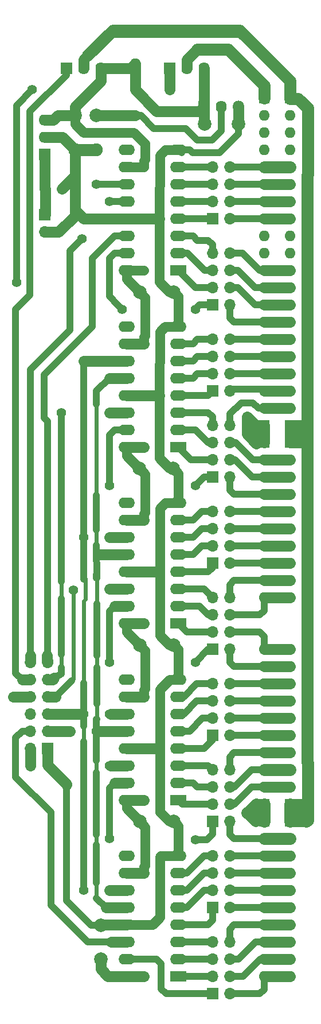
<source format=gbr>
G04 #@! TF.FileFunction,Copper,L4,Bot,Signal*
%FSLAX46Y46*%
G04 Gerber Fmt 4.6, Leading zero omitted, Abs format (unit mm)*
G04 Created by KiCad (PCBNEW 4.0.7-e2-6376~58~ubuntu14.04.1) date Thu Mar 15 17:55:13 2018*
%MOMM*%
%LPD*%
G01*
G04 APERTURE LIST*
%ADD10C,0.100000*%
%ADD11R,1.600000X1.600000*%
%ADD12O,1.600000X1.600000*%
%ADD13R,2.400000X1.600000*%
%ADD14O,2.400000X1.600000*%
%ADD15C,2.000000*%
%ADD16R,1.700000X1.700000*%
%ADD17O,1.700000X1.700000*%
%ADD18C,1.400000*%
%ADD19R,1.800000X1.800000*%
%ADD20O,1.800000X1.600000*%
%ADD21O,1.600000X1.800000*%
%ADD22C,1.900000*%
%ADD23C,1.600000*%
%ADD24O,1.800000X1.800000*%
%ADD25C,1.600000*%
%ADD26C,1.000000*%
%ADD27C,1.400000*%
%ADD28C,1.800000*%
%ADD29C,0.600000*%
G04 APERTURE END LIST*
D10*
D11*
X39878000Y-63881000D03*
D12*
X39878000Y-66421000D03*
X39878000Y-68961000D03*
X39878000Y-71501000D03*
X39878000Y-74041000D03*
X39878000Y-76581000D03*
X39878000Y-79121000D03*
X39878000Y-81661000D03*
X39878000Y-84201000D03*
X39878000Y-86741000D03*
D13*
X27178000Y-142621000D03*
D14*
X19558000Y-124841000D03*
X27178000Y-140081000D03*
X19558000Y-127381000D03*
X27178000Y-137541000D03*
X19558000Y-129921000D03*
X27178000Y-135001000D03*
X19558000Y-132461000D03*
X27178000Y-132461000D03*
X19558000Y-135001000D03*
X27178000Y-129921000D03*
X19558000Y-137541000D03*
X27178000Y-127381000D03*
X19558000Y-140081000D03*
X27178000Y-124841000D03*
X19558000Y-142621000D03*
D13*
X27178000Y-38481000D03*
D14*
X19558000Y-20701000D03*
X27178000Y-35941000D03*
X19558000Y-23241000D03*
X27178000Y-33401000D03*
X19558000Y-25781000D03*
X27178000Y-30861000D03*
X19558000Y-28321000D03*
X27178000Y-28321000D03*
X19558000Y-30861000D03*
X27178000Y-25781000D03*
X19558000Y-33401000D03*
X27178000Y-23241000D03*
X19558000Y-35941000D03*
X27178000Y-20701000D03*
X19558000Y-38481000D03*
D13*
X27178000Y-116586000D03*
D14*
X19558000Y-98806000D03*
X27178000Y-114046000D03*
X19558000Y-101346000D03*
X27178000Y-111506000D03*
X19558000Y-103886000D03*
X27178000Y-108966000D03*
X19558000Y-106426000D03*
X27178000Y-106426000D03*
X19558000Y-108966000D03*
X27178000Y-103886000D03*
X19558000Y-111506000D03*
X27178000Y-101346000D03*
X19558000Y-114046000D03*
X27178000Y-98806000D03*
X19558000Y-116586000D03*
D15*
X21463000Y-67691000D03*
X26463000Y-67691000D03*
X21543000Y-41656000D03*
X26543000Y-41656000D03*
D11*
X43688000Y-117221000D03*
D12*
X43688000Y-114681000D03*
X43688000Y-112141000D03*
X43688000Y-109601000D03*
X43688000Y-107061000D03*
X43688000Y-104521000D03*
X43688000Y-101981000D03*
X43688000Y-99441000D03*
X43688000Y-96901000D03*
X43688000Y-94361000D03*
D16*
X7493000Y-30226000D03*
D17*
X7493000Y-32766000D03*
D13*
X27178000Y-90551000D03*
D14*
X19558000Y-72771000D03*
X27178000Y-88011000D03*
X19558000Y-75311000D03*
X27178000Y-85471000D03*
X19558000Y-77851000D03*
X27178000Y-82931000D03*
X19558000Y-80391000D03*
X27178000Y-80391000D03*
X19558000Y-82931000D03*
X27178000Y-77851000D03*
X19558000Y-85471000D03*
X27178000Y-75311000D03*
X19558000Y-88011000D03*
X27178000Y-72771000D03*
X19558000Y-90551000D03*
D11*
X39878000Y-61341000D03*
D12*
X39878000Y-58801000D03*
X39878000Y-56261000D03*
X39878000Y-53721000D03*
X39878000Y-51181000D03*
X39878000Y-48641000D03*
X39878000Y-46101000D03*
X39878000Y-43561000D03*
X39878000Y-41021000D03*
X39878000Y-38481000D03*
D11*
X39878000Y-117221000D03*
D12*
X39878000Y-114681000D03*
X39878000Y-112141000D03*
X39878000Y-109601000D03*
X39878000Y-107061000D03*
X39878000Y-104521000D03*
X39878000Y-101981000D03*
X39878000Y-99441000D03*
X39878000Y-96901000D03*
X39878000Y-94361000D03*
D16*
X7874000Y-108966000D03*
D17*
X5334000Y-108966000D03*
X7874000Y-106426000D03*
X5334000Y-106426000D03*
X7874000Y-103886000D03*
X5334000Y-103886000D03*
X7874000Y-101346000D03*
X5334000Y-101346000D03*
X7874000Y-98806000D03*
X5334000Y-98806000D03*
X7874000Y-96266000D03*
X5334000Y-96266000D03*
D18*
X7533000Y-26416000D03*
X10033000Y-26416000D03*
D19*
X7493000Y-21336000D03*
D20*
X7493000Y-18796000D03*
X7493000Y-16256000D03*
D11*
X39878000Y-119761000D03*
D12*
X39878000Y-122301000D03*
X39878000Y-124841000D03*
X39878000Y-127381000D03*
X39878000Y-129921000D03*
X39878000Y-132461000D03*
X39878000Y-135001000D03*
X39878000Y-137541000D03*
X39878000Y-140081000D03*
X39878000Y-142621000D03*
D11*
X39878000Y-13081000D03*
D12*
X39878000Y-15621000D03*
X39878000Y-18161000D03*
X39878000Y-20701000D03*
X39878000Y-23241000D03*
X39878000Y-25781000D03*
X39878000Y-28321000D03*
X39878000Y-30861000D03*
X39878000Y-33401000D03*
X39878000Y-35941000D03*
D11*
X43688000Y-119761000D03*
D12*
X43688000Y-122301000D03*
X43688000Y-124841000D03*
X43688000Y-127381000D03*
X43688000Y-129921000D03*
X43688000Y-132461000D03*
X43688000Y-135001000D03*
X43688000Y-137541000D03*
X43688000Y-140081000D03*
X43688000Y-142621000D03*
D11*
X43688000Y-63881000D03*
D12*
X43688000Y-66421000D03*
X43688000Y-68961000D03*
X43688000Y-71501000D03*
X43688000Y-74041000D03*
X43688000Y-76581000D03*
X43688000Y-79121000D03*
X43688000Y-81661000D03*
X43688000Y-84201000D03*
X43688000Y-86741000D03*
D11*
X43688000Y-61341000D03*
D12*
X43688000Y-58801000D03*
X43688000Y-56261000D03*
X43688000Y-53721000D03*
X43688000Y-51181000D03*
X43688000Y-48641000D03*
X43688000Y-46101000D03*
X43688000Y-43561000D03*
X43688000Y-41021000D03*
X43688000Y-38481000D03*
D11*
X43688000Y-13081000D03*
D12*
X43688000Y-15621000D03*
X43688000Y-18161000D03*
X43688000Y-20701000D03*
X43688000Y-23241000D03*
X43688000Y-25781000D03*
X43688000Y-28321000D03*
X43688000Y-30861000D03*
X43688000Y-33401000D03*
X43688000Y-35941000D03*
D13*
X27178000Y-64516000D03*
D14*
X19558000Y-46736000D03*
X27178000Y-61976000D03*
X19558000Y-49276000D03*
X27178000Y-59436000D03*
X19558000Y-51816000D03*
X27178000Y-56896000D03*
X19558000Y-54356000D03*
X27178000Y-54356000D03*
X19558000Y-56896000D03*
X27178000Y-51816000D03*
X19558000Y-59436000D03*
X27178000Y-49276000D03*
X19558000Y-61976000D03*
X27178000Y-46736000D03*
X19558000Y-64516000D03*
D19*
X25908000Y-8636000D03*
D21*
X28448000Y-8636000D03*
X30988000Y-8636000D03*
D19*
X10668000Y-8636000D03*
D21*
X13208000Y-8636000D03*
X15748000Y-8636000D03*
D15*
X21543000Y-93726000D03*
X26543000Y-93726000D03*
X21543000Y-119761000D03*
X26543000Y-119761000D03*
X15748000Y-140081000D03*
X15748000Y-135081000D03*
X11938000Y-15621000D03*
X11938000Y-20621000D03*
X36068000Y-16891000D03*
X31068000Y-16891000D03*
D22*
X15113000Y-20621000D03*
D15*
X15113000Y-15621000D03*
D23*
X20828000Y-15621000D03*
D12*
X20828000Y-8001000D03*
D19*
X30988000Y-14351000D03*
D21*
X33528000Y-14351000D03*
D24*
X36068000Y-14351000D03*
D16*
X32258000Y-145161000D03*
D17*
X34798000Y-145161000D03*
X32258000Y-142621000D03*
X34798000Y-142621000D03*
X32258000Y-140081000D03*
X34798000Y-140081000D03*
X32258000Y-137541000D03*
X34798000Y-137541000D03*
D16*
X32258000Y-132461000D03*
D17*
X34798000Y-132461000D03*
X32258000Y-129921000D03*
X34798000Y-129921000D03*
X32258000Y-127381000D03*
X34798000Y-127381000D03*
X32258000Y-124841000D03*
X34798000Y-124841000D03*
D16*
X32258000Y-119761000D03*
D17*
X34798000Y-119761000D03*
X32258000Y-117221000D03*
X34798000Y-117221000D03*
X32258000Y-114681000D03*
X34798000Y-114681000D03*
X32258000Y-112141000D03*
X34798000Y-112141000D03*
D16*
X32258000Y-107061000D03*
D17*
X34798000Y-107061000D03*
X32258000Y-104521000D03*
X34798000Y-104521000D03*
X32258000Y-101981000D03*
X34798000Y-101981000D03*
X32258000Y-99441000D03*
X34798000Y-99441000D03*
D16*
X32258000Y-94361000D03*
D17*
X34798000Y-94361000D03*
X32258000Y-91821000D03*
X34798000Y-91821000D03*
X32258000Y-89281000D03*
X34798000Y-89281000D03*
X32258000Y-86741000D03*
X34798000Y-86741000D03*
D16*
X32258000Y-81661000D03*
D17*
X34798000Y-81661000D03*
X32258000Y-79121000D03*
X34798000Y-79121000D03*
X32258000Y-76581000D03*
X34798000Y-76581000D03*
X32258000Y-74041000D03*
X34798000Y-74041000D03*
D16*
X32258000Y-68961000D03*
D17*
X34798000Y-68961000D03*
X32258000Y-66421000D03*
X34798000Y-66421000D03*
X32258000Y-63881000D03*
X34798000Y-63881000D03*
X32258000Y-61341000D03*
X34798000Y-61341000D03*
D16*
X32258000Y-56261000D03*
D17*
X34798000Y-56261000D03*
X32258000Y-53721000D03*
X34798000Y-53721000D03*
X32258000Y-51181000D03*
X34798000Y-51181000D03*
X32258000Y-48641000D03*
X34798000Y-48641000D03*
D16*
X32258000Y-43561000D03*
D17*
X34798000Y-43561000D03*
X32258000Y-41021000D03*
X34798000Y-41021000D03*
X32258000Y-38481000D03*
X34798000Y-38481000D03*
X32258000Y-35941000D03*
X34798000Y-35941000D03*
D16*
X32258000Y-30861000D03*
D17*
X34798000Y-30861000D03*
X32258000Y-28321000D03*
X34798000Y-28321000D03*
X32258000Y-25781000D03*
X34798000Y-25781000D03*
X32258000Y-23241000D03*
X34798000Y-23241000D03*
D18*
X22098000Y-23241000D03*
X22098000Y-38481000D03*
X22098000Y-49276000D03*
X22098000Y-64516000D03*
X22098000Y-75311000D03*
X22098000Y-90551000D03*
X22098000Y-101346000D03*
X22098000Y-116586000D03*
X22098000Y-127381000D03*
X22098000Y-142621000D03*
X5334000Y-111506000D03*
X17018000Y-111506000D03*
X11706010Y-85598000D03*
X17018000Y-85471000D03*
X9906000Y-59436000D03*
X17018000Y-59436000D03*
X3292989Y-40196660D03*
X25908000Y-11811000D03*
X5587998Y-11811000D03*
X2794002Y-101346000D03*
X11176000Y-106426000D03*
X15113000Y-106426000D03*
X17018000Y-54356000D03*
X17018000Y-28321000D03*
X13230010Y-129921000D03*
X13208000Y-103886000D03*
X17018000Y-103886000D03*
X13208000Y-77851000D03*
X17018000Y-77851000D03*
X17018000Y-129921000D03*
X13208000Y-51816000D03*
X15113000Y-25781000D03*
X37338000Y-8636000D03*
X37338000Y-62611000D03*
X37338000Y-60071000D03*
X37338000Y-118491000D03*
X12954000Y-33782000D03*
X18034000Y-15621000D03*
X17018000Y-122301000D03*
X29717998Y-122428000D03*
X17018000Y-96265998D03*
X29718000Y-96266000D03*
X17018000Y-70231000D03*
X29718000Y-70231000D03*
X18923000Y-44196000D03*
X29717998Y-44196000D03*
D25*
X7533000Y-26416000D02*
X7533000Y-30186000D01*
X7533000Y-30186000D02*
X7493000Y-30226000D01*
X7493000Y-21336000D02*
X7493000Y-26376000D01*
X7493000Y-26376000D02*
X7533000Y-26416000D01*
D26*
X27178000Y-20701000D02*
X28928399Y-20701000D01*
X28928399Y-20701000D02*
X29309399Y-21082000D01*
X29309399Y-21082000D02*
X33274000Y-21082000D01*
X27178000Y-20701000D02*
X27178000Y-20574000D01*
X27178000Y-20574000D02*
X27686000Y-21082000D01*
X33274000Y-21082000D02*
X36068000Y-18288000D01*
X36068000Y-18288000D02*
X36068000Y-16891000D01*
D25*
X19558000Y-56896000D02*
X24377990Y-56896000D01*
D27*
X24377990Y-82931000D02*
X24477990Y-82931000D01*
D25*
X19558000Y-82931000D02*
X24377990Y-82931000D01*
D26*
X10668000Y-114300000D02*
X10668000Y-131415213D01*
D25*
X7874000Y-108966000D02*
X7874000Y-111416000D01*
X7874000Y-111416000D02*
X10668000Y-114210000D01*
X10668000Y-114210000D02*
X10668000Y-114300000D01*
D27*
X24377990Y-108966000D02*
X24477990Y-108966000D01*
D25*
X19558000Y-108966000D02*
X24377990Y-108966000D01*
D26*
X14333787Y-135081000D02*
X11840787Y-132588000D01*
X11840787Y-132588000D02*
X11430000Y-132177213D01*
X10668000Y-131415213D02*
X11840787Y-132588000D01*
X15748000Y-135081000D02*
X14333787Y-135081000D01*
D28*
X11938000Y-20621000D02*
X15113000Y-20621000D01*
D25*
X7493000Y-32766000D02*
X9533002Y-32766000D01*
X9533002Y-32766000D02*
X11938000Y-30361002D01*
X11938000Y-30361002D02*
X11938000Y-29591000D01*
D27*
X27178000Y-124841000D02*
X27178000Y-120396000D01*
X27178000Y-120396000D02*
X26543000Y-119761000D01*
X24477990Y-108966000D02*
X24477990Y-118330990D01*
X24477990Y-118330990D02*
X25908000Y-119761000D01*
X25908000Y-119761000D02*
X26543000Y-119761000D01*
X27178000Y-98806000D02*
X27178000Y-94361000D01*
X27178000Y-94361000D02*
X26543000Y-93726000D01*
X24477990Y-82931000D02*
X24477990Y-92295990D01*
X24477990Y-92295990D02*
X25908000Y-93726000D01*
X25908000Y-93726000D02*
X26543000Y-93726000D01*
X27178000Y-72771000D02*
X27178000Y-68406000D01*
X27178000Y-68406000D02*
X26463000Y-67691000D01*
X24377990Y-56896000D02*
X24377990Y-66160990D01*
X24377990Y-66160990D02*
X25908000Y-67691000D01*
X25908000Y-67691000D02*
X26463000Y-67691000D01*
X24377990Y-30861000D02*
X24377990Y-40125990D01*
X24377990Y-40125990D02*
X25908000Y-41656000D01*
X25908000Y-41656000D02*
X26543000Y-41656000D01*
X27178000Y-46736000D02*
X27178000Y-42291000D01*
X27178000Y-42291000D02*
X26543000Y-41656000D01*
D25*
X11938000Y-24511000D02*
X11938000Y-21336000D01*
X11938000Y-21336000D02*
X11938000Y-20621000D01*
X19558000Y-30861000D02*
X13208000Y-30861000D01*
X13208000Y-30861000D02*
X11938000Y-29591000D01*
X11938000Y-29591000D02*
X11938000Y-21336000D01*
X10033000Y-26416000D02*
X11938000Y-24511000D01*
D27*
X24477990Y-100236010D02*
X24477990Y-108966000D01*
X24477990Y-73566010D02*
X24477990Y-82931000D01*
X24477990Y-47531010D02*
X24377990Y-56896000D01*
X24477990Y-21496010D02*
X24377990Y-30861000D01*
D25*
X19558000Y-30861000D02*
X24377990Y-30861000D01*
X7493000Y-18796000D02*
X10113000Y-18796000D01*
X10113000Y-18796000D02*
X11938000Y-20621000D01*
X36068000Y-14351000D02*
X36068000Y-16891000D01*
D27*
X25273000Y-20701000D02*
X24477990Y-21496010D01*
X27178000Y-20701000D02*
X25273000Y-20701000D01*
X25273000Y-46736000D02*
X24477990Y-47531010D01*
X27178000Y-46736000D02*
X25273000Y-46736000D01*
X27178000Y-72771000D02*
X25273000Y-72771000D01*
X25273000Y-72771000D02*
X24477990Y-73566010D01*
X25908000Y-98806000D02*
X24477990Y-100236010D01*
X27178000Y-98806000D02*
X25908000Y-98806000D01*
D25*
X19558000Y-135001000D02*
X15828000Y-135001000D01*
X15828000Y-135001000D02*
X15748000Y-135081000D01*
D27*
X24477990Y-133891010D02*
X23368000Y-135001000D01*
X23368000Y-135001000D02*
X19558000Y-135001000D01*
X24477990Y-124941010D02*
X24477990Y-133891010D01*
X27178000Y-124841000D02*
X24578000Y-124841000D01*
X24578000Y-124841000D02*
X24477990Y-124941010D01*
D25*
X15748000Y-8636000D02*
X20193000Y-8636000D01*
X20193000Y-8636000D02*
X20828000Y-8001000D01*
X19558000Y-49276000D02*
X22098000Y-49276000D01*
X19558000Y-64516000D02*
X22077980Y-64516000D01*
X19558000Y-75311000D02*
X22098000Y-75311000D01*
X19558000Y-90551000D02*
X22098000Y-90551000D01*
X19558000Y-101346000D02*
X22098000Y-101346000D01*
X19558000Y-116586000D02*
X22098000Y-116586000D01*
X19558000Y-142621000D02*
X22098000Y-142621000D01*
X19558000Y-127381000D02*
X22098000Y-127381000D01*
X11938000Y-15621000D02*
X9400792Y-15621000D01*
X9400792Y-15621000D02*
X8765792Y-16256000D01*
X8765792Y-16256000D02*
X7493000Y-16256000D01*
D27*
X19558000Y-116586000D02*
X19558000Y-117776000D01*
X19558000Y-117776000D02*
X21543000Y-119761000D01*
X22098000Y-127381000D02*
X22098000Y-126391051D01*
X22098000Y-126391051D02*
X22258010Y-126231041D01*
X22258010Y-126231041D02*
X22258010Y-120556010D01*
X22258010Y-120556010D02*
X21543000Y-119841000D01*
X21543000Y-119841000D02*
X21543000Y-119761000D01*
X22098000Y-101346000D02*
X22098000Y-100356051D01*
X22098000Y-100356051D02*
X22258010Y-100196041D01*
X22258010Y-94521010D02*
X21543000Y-93806000D01*
X22258010Y-100196041D02*
X22258010Y-94521010D01*
X21543000Y-93806000D02*
X21543000Y-93726000D01*
X19558000Y-90551000D02*
X19558000Y-91741000D01*
X19558000Y-91741000D02*
X21543000Y-93726000D01*
X22098000Y-75311000D02*
X22098000Y-74321051D01*
X22098000Y-68326000D02*
X21463000Y-67691000D01*
X22098000Y-74321051D02*
X22258010Y-74161041D01*
X22258010Y-74161041D02*
X22258010Y-68486010D01*
X22258010Y-68486010D02*
X22098000Y-68326000D01*
X19558000Y-64516000D02*
X19558000Y-65786000D01*
X19558000Y-65786000D02*
X21463000Y-67691000D01*
X19558000Y-38481000D02*
X19558000Y-39671000D01*
X19558000Y-39671000D02*
X21543000Y-41656000D01*
X22098000Y-49276000D02*
X22098000Y-48286051D01*
X22098000Y-48286051D02*
X22258010Y-48126041D01*
X22258010Y-48126041D02*
X22258010Y-42451010D01*
X22258010Y-42451010D02*
X21543000Y-41736000D01*
X21543000Y-41736000D02*
X21543000Y-41656000D01*
D25*
X20828000Y-8001000D02*
X20828000Y-11811000D01*
X20828000Y-11811000D02*
X24003000Y-14986000D01*
X30353000Y-14986000D02*
X30988000Y-14351000D01*
X24003000Y-14986000D02*
X30353000Y-14986000D01*
X30988000Y-14351000D02*
X30988000Y-11811000D01*
D27*
X11938000Y-16891000D02*
X11938000Y-15621000D01*
X13208000Y-18161000D02*
X11938000Y-16891000D01*
X20630705Y-18121000D02*
X13208000Y-18161000D01*
X13883000Y-18121000D02*
X13843000Y-18161000D01*
X13843000Y-18161000D02*
X13208000Y-18161000D01*
X22098000Y-23241000D02*
X22098000Y-22251051D01*
X22098000Y-22251051D02*
X22258010Y-22091041D01*
X22258010Y-22091041D02*
X22258010Y-19748305D01*
X22258010Y-19748305D02*
X20630705Y-18121000D01*
D25*
X30988000Y-11811000D02*
X30988000Y-11176000D01*
X30988000Y-11176000D02*
X30988000Y-8636000D01*
X30988000Y-16811000D02*
X30988000Y-11811000D01*
X11938000Y-14351000D02*
X11938000Y-15621000D01*
X15748000Y-10541000D02*
X11938000Y-14351000D01*
X15748000Y-8636000D02*
X15748000Y-10541000D01*
X31068000Y-16891000D02*
X30988000Y-16811000D01*
X30988000Y-9908792D02*
X30988000Y-8636000D01*
D27*
X22098000Y-23241000D02*
X19558000Y-23241000D01*
X19558000Y-38481000D02*
X22098000Y-38481000D01*
X19558000Y-64516000D02*
X22098000Y-64516000D01*
D25*
X16238787Y-141986000D02*
X16238787Y-142101787D01*
X16238787Y-142101787D02*
X16758000Y-142621000D01*
X16758000Y-142621000D02*
X19558000Y-142621000D01*
X15748000Y-140081000D02*
X15748000Y-141495213D01*
X15748000Y-141495213D02*
X16238787Y-141986000D01*
D26*
X17272000Y-137541000D02*
X13843000Y-137541000D01*
X13843000Y-137541000D02*
X8382000Y-132080000D01*
X8382000Y-132080000D02*
X8382000Y-118364000D01*
X8382000Y-118364000D02*
X3183999Y-113165999D01*
X3183999Y-113165999D02*
X3183999Y-107373920D01*
X3183999Y-107373920D02*
X4131919Y-106426000D01*
X4131919Y-106426000D02*
X5334000Y-106426000D01*
D25*
X19558000Y-137541000D02*
X17272000Y-137541000D01*
X5334000Y-108966000D02*
X5334000Y-111506000D01*
X19558000Y-111506000D02*
X17213010Y-111506000D01*
D26*
X19558000Y-111506000D02*
X17018000Y-111506000D01*
D25*
X19558000Y-85471000D02*
X17038023Y-85471000D01*
X7874000Y-101346000D02*
X9076081Y-101346000D01*
D29*
X11430000Y-98992081D02*
X11706010Y-98716071D01*
D26*
X9076081Y-101346000D02*
X11430000Y-98992081D01*
D29*
X11706010Y-98716071D02*
X11706010Y-86587949D01*
X11706010Y-86587949D02*
X11706010Y-85598000D01*
D26*
X19558000Y-85471000D02*
X17018000Y-85471000D01*
D25*
X19558000Y-59436000D02*
X17018000Y-59436000D01*
D26*
X8858351Y-98593868D02*
X9903201Y-97973282D01*
D25*
X7874000Y-98806000D02*
X8646219Y-98806000D01*
X8646219Y-98806000D02*
X8858351Y-98593868D01*
D26*
X9905479Y-94994333D02*
X9905479Y-95115477D01*
D29*
X9903394Y-97028000D02*
X9903812Y-94996000D01*
D26*
X9903201Y-97973282D02*
X9903201Y-97028193D01*
X9903201Y-97028193D02*
X9903394Y-97028000D01*
D29*
X9905479Y-86868000D02*
X9906000Y-84328000D01*
D26*
X9905479Y-86868000D02*
X9905479Y-94994333D01*
X9905479Y-94994333D02*
X9903812Y-94996000D01*
X9906000Y-59436000D02*
X9906000Y-76708000D01*
X9906000Y-76708000D02*
X9906000Y-84328000D01*
D25*
X7874000Y-96266000D02*
X7874000Y-96053860D01*
X7874000Y-96053860D02*
X7805469Y-95985329D01*
X7805469Y-95985329D02*
X7805469Y-95250000D01*
D26*
X17758000Y-33401000D02*
X19558000Y-33401000D01*
X14478000Y-46736000D02*
X14478000Y-36681000D01*
X14478000Y-36681000D02*
X17758000Y-33401000D01*
X7366000Y-53848000D02*
X14478000Y-46736000D01*
X7366000Y-60198000D02*
X7366000Y-53848000D01*
X7874000Y-96266000D02*
X7874000Y-60706000D01*
X7874000Y-60706000D02*
X7366000Y-60198000D01*
D29*
X7366000Y-53848000D02*
X8636000Y-52578000D01*
X14478000Y-46736000D02*
X8636000Y-52578000D01*
X8636000Y-52578000D02*
X7975987Y-53238013D01*
D25*
X5334000Y-98806000D02*
X4131919Y-98806000D01*
D26*
X3183999Y-97858080D02*
X3183999Y-44196000D01*
X5292999Y-26606997D02*
X5292999Y-42087000D01*
X5292999Y-42087000D02*
X3183999Y-44196000D01*
X10668000Y-9652000D02*
X5292999Y-15027001D01*
X5292999Y-15027001D02*
X5292999Y-26606997D01*
X10668000Y-8636000D02*
X10668000Y-9652000D01*
X4131919Y-98806000D02*
X3183999Y-97858080D01*
D25*
X5334000Y-101346000D02*
X2794002Y-101346000D01*
D26*
X3279991Y-28171991D02*
X3292989Y-28184989D01*
X3292989Y-28184989D02*
X3292989Y-40196660D01*
X3279991Y-14119007D02*
X3279991Y-28171991D01*
X5587998Y-11811000D02*
X3279991Y-14119007D01*
D25*
X25908000Y-8636000D02*
X25908000Y-11811000D01*
X19558000Y-54356000D02*
X17018000Y-54356000D01*
D29*
X15308010Y-80391000D02*
X15113000Y-80391000D01*
D25*
X19558000Y-80391000D02*
X15308010Y-80391000D01*
X7874000Y-106426000D02*
X11176000Y-106426000D01*
X19558000Y-106426000D02*
X15330019Y-106426000D01*
X19558000Y-132461000D02*
X16510000Y-132461000D01*
D29*
X15113000Y-128778000D02*
X15113000Y-131064000D01*
D26*
X16510000Y-132461000D02*
X15113000Y-131064000D01*
D29*
X15113000Y-121666000D02*
X15113000Y-123190000D01*
D26*
X15113000Y-123190000D02*
X15113000Y-128778000D01*
D29*
X15113000Y-110744000D02*
X15113000Y-112522000D01*
D26*
X15113000Y-112522000D02*
X15113000Y-121666000D01*
D29*
X15138013Y-95250000D02*
X15138013Y-97028000D01*
X15138013Y-83312000D02*
X15138013Y-87630000D01*
D26*
X15138013Y-95250000D02*
X15138013Y-87630000D01*
D29*
X15138013Y-102362000D02*
X15138013Y-104648000D01*
D26*
X15138013Y-102362000D02*
X15138013Y-97028000D01*
X15113000Y-106426000D02*
X15113000Y-104673013D01*
X15113000Y-104673013D02*
X15138013Y-104648000D01*
X15113000Y-106426000D02*
X15113000Y-110744000D01*
X15113000Y-78994000D02*
X15138013Y-83820000D01*
X15113000Y-83286987D02*
X15113000Y-83794987D01*
X15113000Y-83794987D02*
X15138013Y-83820000D01*
D29*
X15113000Y-78994000D02*
X15113000Y-80391000D01*
X15113000Y-76708000D02*
X15113000Y-78994000D01*
X15138013Y-80416013D02*
X15138013Y-83312000D01*
D26*
X15113000Y-83286987D02*
X15138013Y-83312000D01*
D29*
X15113000Y-58166000D02*
X15113000Y-71628000D01*
D26*
X15113000Y-71628000D02*
X15113000Y-76708000D01*
D29*
X15113000Y-56388000D02*
X15113000Y-58166000D01*
D26*
X15113000Y-56261000D02*
X15113000Y-58166000D01*
X17018000Y-54356000D02*
X15113000Y-56261000D01*
X15113000Y-56261000D02*
X15113000Y-56388000D01*
X19558000Y-80391000D02*
X15163026Y-80391000D01*
X15163026Y-80391000D02*
X15138013Y-80416013D01*
X19558000Y-106426000D02*
X15113000Y-106426000D01*
D29*
X15113000Y-80391000D02*
X15138013Y-80416013D01*
D26*
X19558000Y-28321000D02*
X17018000Y-28321000D01*
D25*
X19558000Y-77851000D02*
X17018000Y-77851000D01*
X19558000Y-103886000D02*
X17238022Y-103886000D01*
X7874000Y-103886000D02*
X13012990Y-103886000D01*
X19558000Y-129921000D02*
X17018000Y-129921000D01*
D26*
X13208000Y-77851000D02*
X13208000Y-83566000D01*
X13208000Y-83566000D02*
X13208000Y-83949996D01*
D29*
X13512989Y-86941015D02*
X13512989Y-83870989D01*
X13512989Y-83870989D02*
X13208000Y-83566000D01*
X13230010Y-87223994D02*
X13230010Y-99314000D01*
D26*
X13208000Y-103886000D02*
X13208000Y-99336010D01*
X13208000Y-99336010D02*
X13230010Y-99314000D01*
D29*
X13230010Y-99314000D02*
X13230010Y-105664000D01*
X13230010Y-105664000D02*
X13230010Y-107950000D01*
D26*
X13208000Y-103886000D02*
X13208000Y-105641990D01*
X13208000Y-105641990D02*
X13230010Y-105664000D01*
X13230010Y-129921000D02*
X13230010Y-107950000D01*
D29*
X13512989Y-86941015D02*
X13230010Y-87223994D01*
D26*
X13208000Y-77851000D02*
X13208000Y-51816000D01*
D25*
X19558000Y-51816000D02*
X13208000Y-51816000D01*
D26*
X7874000Y-103886000D02*
X13208000Y-103886000D01*
X19558000Y-103886000D02*
X17018000Y-103886000D01*
D29*
X19558000Y-129921000D02*
X17758000Y-129921000D01*
D26*
X19558000Y-25781000D02*
X15113000Y-25781000D01*
D28*
X39878000Y-11176000D02*
X37338000Y-8636000D01*
X37338000Y-8636000D02*
X34544000Y-5842000D01*
X34544000Y-5842000D02*
X29969208Y-5842000D01*
X39878000Y-13081000D02*
X39878000Y-11176000D01*
D25*
X29969208Y-5842000D02*
X28448000Y-7363208D01*
X32042002Y-5842000D02*
X29969208Y-5842000D01*
X28448000Y-7363208D02*
X28448000Y-8636000D01*
X37338000Y-118491000D02*
X38747999Y-117081001D01*
X37338000Y-118491000D02*
X38608000Y-119761000D01*
X37338000Y-62611000D02*
X38747999Y-64020999D01*
X37338000Y-60071000D02*
X38608000Y-61341000D01*
X38608000Y-61341000D02*
X39878000Y-61341000D01*
X37338000Y-62611000D02*
X38608000Y-62611000D01*
X38608000Y-62611000D02*
X39878000Y-63881000D01*
X37338000Y-61201000D02*
X37338000Y-62611000D01*
X37338000Y-61201000D02*
X37338000Y-60071000D01*
X37338000Y-60425949D02*
X37338000Y-60071000D01*
X39878000Y-61341000D02*
X37478000Y-61341000D01*
X37478000Y-61341000D02*
X37338000Y-61201000D01*
X39878000Y-63881000D02*
X39878000Y-61341000D01*
D28*
X39878000Y-118491000D02*
X39878000Y-119700990D01*
X39878000Y-117221000D02*
X39878000Y-118491000D01*
X39878000Y-118491000D02*
X37338000Y-118491000D01*
D25*
X36488991Y-3341991D02*
X36703000Y-3556000D01*
X17229217Y-3341991D02*
X36488991Y-3341991D01*
X13840208Y-6731000D02*
X17229217Y-3341991D01*
D28*
X17523208Y-3048000D02*
X13840208Y-6731000D01*
X36255000Y-3048000D02*
X17523208Y-3048000D01*
X36763000Y-3556000D02*
X36255000Y-3048000D01*
D25*
X13208000Y-7363208D02*
X13840208Y-6731000D01*
D28*
X43688000Y-13081000D02*
X43688000Y-10481000D01*
X43688000Y-10481000D02*
X36763000Y-3556000D01*
X36763000Y-3556000D02*
X36703000Y-3556000D01*
X46228000Y-61341000D02*
X46228000Y-24377969D01*
X46288010Y-14521008D02*
X44888001Y-13120999D01*
X46228000Y-24377969D02*
X46288010Y-24317959D01*
X46288010Y-24317959D02*
X46288010Y-14521008D01*
X43727999Y-13120999D02*
X43688000Y-13081000D01*
X44888001Y-13120999D02*
X43727999Y-13120999D01*
X46228000Y-61341000D02*
X46228000Y-111004031D01*
X46228000Y-111004031D02*
X46288010Y-111064041D01*
X46288010Y-111064041D02*
X46288010Y-119560990D01*
X46288010Y-119560990D02*
X46088000Y-119761000D01*
D25*
X13208000Y-8636000D02*
X13208000Y-7363208D01*
X43688000Y-117221000D02*
X44958000Y-118491000D01*
X46228000Y-63881000D02*
X46228000Y-117221000D01*
X46228000Y-117221000D02*
X46228000Y-119621000D01*
X43688000Y-117221000D02*
X46228000Y-117221000D01*
X46088000Y-119761000D02*
X43688000Y-119761000D01*
X46228000Y-119621000D02*
X46088000Y-119761000D01*
X43688000Y-63881000D02*
X44958000Y-62611000D01*
X46228000Y-61341000D02*
X46228000Y-63881000D01*
X43688000Y-63881000D02*
X46228000Y-63881000D01*
X43688000Y-61341000D02*
X46228000Y-61341000D01*
X43688000Y-63881000D02*
X43688000Y-61341000D01*
D28*
X43688000Y-118491000D02*
X43688000Y-119700990D01*
X43688000Y-117221000D02*
X43688000Y-118491000D01*
D26*
X33528000Y-16251000D02*
X33528000Y-14351000D01*
X33528000Y-17835002D02*
X33528000Y-16251000D01*
X29963999Y-19191001D02*
X32172001Y-19191001D01*
X21668136Y-15621000D02*
X23573136Y-17526000D01*
X20828000Y-15621000D02*
X21668136Y-15621000D01*
X23573136Y-17526000D02*
X28298998Y-17526000D01*
X28298998Y-17526000D02*
X29963999Y-19191001D01*
X32172001Y-19191001D02*
X33528000Y-17835002D01*
D25*
X15113000Y-15621000D02*
X20828000Y-15621000D01*
D26*
X5334000Y-53086000D02*
X5334000Y-95250000D01*
D25*
X5334000Y-96266000D02*
X5334000Y-95250000D01*
D26*
X11176000Y-47244000D02*
X5334000Y-53086000D01*
X11176000Y-35560000D02*
X11176000Y-47244000D01*
X12954000Y-33782000D02*
X11176000Y-35560000D01*
X18034000Y-15621000D02*
X20828000Y-15621000D01*
X15748000Y-15621000D02*
X18034000Y-15621000D01*
X19558000Y-140081000D02*
X24003000Y-140081000D01*
X24003000Y-140081000D02*
X24638000Y-140716000D01*
X24638000Y-140716000D02*
X24638000Y-144421002D01*
X24638000Y-144421002D02*
X25377998Y-145161000D01*
X25377998Y-145161000D02*
X30408000Y-145161000D01*
X30408000Y-145161000D02*
X32258000Y-145161000D01*
X34798000Y-145161000D02*
X39243000Y-145161000D01*
X39243000Y-145161000D02*
X39878000Y-144526000D01*
X39878000Y-144526000D02*
X39878000Y-142621000D01*
D25*
X39878000Y-142621000D02*
X43688000Y-142621000D01*
D26*
X27178000Y-142621000D02*
X32258000Y-142621000D01*
D25*
X39878000Y-140081000D02*
X43688000Y-140081000D01*
D26*
X39309998Y-140081000D02*
X39878000Y-140081000D01*
X36769998Y-142621000D02*
X39309998Y-140081000D01*
X34798000Y-142621000D02*
X36769998Y-142621000D01*
X27178000Y-140081000D02*
X32258000Y-140081000D01*
X34798000Y-140081000D02*
X36068000Y-140081000D01*
X36068000Y-140081000D02*
X38608000Y-137541000D01*
X38608000Y-137541000D02*
X39878000Y-137541000D01*
D25*
X39878000Y-137541000D02*
X43688000Y-137541000D01*
D26*
X27178000Y-137541000D02*
X32258000Y-137541000D01*
D25*
X39878000Y-135001000D02*
X43688000Y-135001000D01*
D26*
X34798000Y-137541000D02*
X34798000Y-135636000D01*
X34798000Y-135636000D02*
X35433000Y-135001000D01*
X35433000Y-135001000D02*
X39878000Y-135001000D01*
X27178000Y-135001000D02*
X31568000Y-135001000D01*
X31568000Y-135001000D02*
X32258000Y-134311000D01*
X32258000Y-134311000D02*
X32258000Y-132461000D01*
D25*
X39878000Y-132461000D02*
X43688000Y-132461000D01*
D26*
X34798000Y-132461000D02*
X39878000Y-132461000D01*
X27178000Y-132461000D02*
X28448000Y-132461000D01*
X28448000Y-132461000D02*
X30988000Y-129921000D01*
X30988000Y-129921000D02*
X32258000Y-129921000D01*
D25*
X39878000Y-129921000D02*
X43688000Y-129921000D01*
D26*
X34798000Y-129921000D02*
X39878000Y-129921000D01*
X31055919Y-127381000D02*
X32258000Y-127381000D01*
X27178000Y-129921000D02*
X28442402Y-129921000D01*
X30982402Y-127381000D02*
X31055919Y-127381000D01*
X28442402Y-129921000D02*
X30982402Y-127381000D01*
D25*
X39878000Y-127381000D02*
X43688000Y-127381000D01*
D26*
X34798000Y-127381000D02*
X39878000Y-127381000D01*
X31055919Y-124841000D02*
X32258000Y-124841000D01*
X30976802Y-124841000D02*
X31055919Y-124841000D01*
X27178000Y-127381000D02*
X28436802Y-127381000D01*
X28436802Y-127381000D02*
X30976802Y-124841000D01*
D25*
X39878000Y-124841000D02*
X43688000Y-124841000D01*
D26*
X34798000Y-124841000D02*
X39878000Y-124841000D01*
D25*
X19558000Y-114046000D02*
X17780000Y-114046000D01*
D26*
X17018000Y-122301000D02*
X17018000Y-114808000D01*
X17018000Y-114808000D02*
X17780000Y-114046000D01*
X31441000Y-122428000D02*
X30707947Y-122428000D01*
X30707947Y-122428000D02*
X29717998Y-122428000D01*
X32258000Y-121611000D02*
X31441000Y-122428000D01*
X32258000Y-119761000D02*
X32258000Y-121611000D01*
D28*
X39878000Y-122301000D02*
X43688000Y-122301000D01*
D26*
X34798000Y-121666000D02*
X35433000Y-122301000D01*
X35433000Y-122301000D02*
X39878000Y-122301000D01*
X34798000Y-119761000D02*
X34798000Y-121666000D01*
X27178000Y-116586000D02*
X27813000Y-117221000D01*
X27813000Y-117221000D02*
X32258000Y-117221000D01*
D25*
X39878000Y-114681000D02*
X43688000Y-114681000D01*
D26*
X38746630Y-114681000D02*
X39878000Y-114681000D01*
X38036716Y-114681000D02*
X38746630Y-114681000D01*
X34798000Y-117221000D02*
X35496716Y-117221000D01*
X35496716Y-117221000D02*
X38036716Y-114681000D01*
D29*
X34798000Y-117221000D02*
X35144558Y-117221000D01*
D26*
X27178000Y-114046000D02*
X29378000Y-114046000D01*
X29378000Y-114046000D02*
X30013000Y-114681000D01*
X30013000Y-114681000D02*
X31055919Y-114681000D01*
X31055919Y-114681000D02*
X32258000Y-114681000D01*
D28*
X43688000Y-112141000D02*
X39878000Y-112141000D01*
D26*
X34798000Y-114681000D02*
X35491118Y-114681000D01*
X35491118Y-114681000D02*
X38031118Y-112141000D01*
X38031118Y-112141000D02*
X38746630Y-112141000D01*
X38746630Y-112141000D02*
X39878000Y-112141000D01*
X27178000Y-111506000D02*
X31623000Y-111506000D01*
X31623000Y-111506000D02*
X32258000Y-112141000D01*
D25*
X39878000Y-109601000D02*
X43688000Y-109601000D01*
D26*
X35433000Y-109601000D02*
X39878000Y-109601000D01*
X34798000Y-110236000D02*
X35433000Y-109601000D01*
X34798000Y-112141000D02*
X34798000Y-110236000D01*
X27178000Y-108966000D02*
X30988000Y-108966000D01*
X30988000Y-108966000D02*
X32258000Y-107696000D01*
X32258000Y-107696000D02*
X32258000Y-107061000D01*
D25*
X39878000Y-107061000D02*
X43688000Y-107061000D01*
D26*
X34798000Y-107061000D02*
X39878000Y-107061000D01*
X27178000Y-106426000D02*
X28852998Y-106426000D01*
X28852998Y-106426000D02*
X30757998Y-104521000D01*
X30757998Y-104521000D02*
X31055919Y-104521000D01*
X31055919Y-104521000D02*
X32258000Y-104521000D01*
D25*
X39878000Y-104521000D02*
X43688000Y-104521000D01*
D26*
X34798000Y-104521000D02*
X39878000Y-104521000D01*
X31055919Y-101981000D02*
X32258000Y-101981000D01*
X29918460Y-101981000D02*
X31055919Y-101981000D01*
X28013460Y-103886000D02*
X29918460Y-101981000D01*
X27178000Y-103886000D02*
X28013460Y-103886000D01*
D25*
X39878000Y-101981000D02*
X43688000Y-101981000D01*
D26*
X34798000Y-101981000D02*
X39878000Y-101981000D01*
X28007862Y-101346000D02*
X29912862Y-99441000D01*
X27178000Y-101346000D02*
X28007862Y-101346000D01*
X29912862Y-99441000D02*
X31055919Y-99441000D01*
X31055919Y-99441000D02*
X32258000Y-99441000D01*
D25*
X39878000Y-99441000D02*
X43688000Y-99441000D01*
D26*
X34798000Y-99441000D02*
X39878000Y-99441000D01*
D25*
X19558000Y-88011000D02*
X17758000Y-88011000D01*
D26*
X17018000Y-88751000D02*
X17018000Y-96265998D01*
X17758000Y-88011000D02*
X17018000Y-88751000D01*
X32258000Y-94361000D02*
X31623000Y-94361000D01*
X31623000Y-94361000D02*
X29718000Y-96266000D01*
X35433000Y-96901000D02*
X39878000Y-96901000D01*
X34798000Y-96266000D02*
X35433000Y-96901000D01*
X34798000Y-94361000D02*
X34798000Y-96266000D01*
D25*
X39878000Y-96901000D02*
X43688000Y-96901000D01*
D26*
X27178000Y-90551000D02*
X28448000Y-91821000D01*
X28448000Y-91821000D02*
X32258000Y-91821000D01*
X39878000Y-92456000D02*
X39878000Y-94361000D01*
X39243000Y-91821000D02*
X39878000Y-92456000D01*
X34798000Y-91821000D02*
X39243000Y-91821000D01*
D25*
X39878000Y-94361000D02*
X43688000Y-94361000D01*
D26*
X27178000Y-88011000D02*
X30345998Y-88011000D01*
X30345998Y-88011000D02*
X31615998Y-89281000D01*
X31615998Y-89281000D02*
X32258000Y-89281000D01*
D25*
X39878000Y-86741000D02*
X43688000Y-86741000D01*
D26*
X39243000Y-89281000D02*
X39878000Y-88646000D01*
X39878000Y-88646000D02*
X39878000Y-86741000D01*
X34798000Y-89281000D02*
X39243000Y-89281000D01*
X27178000Y-85471000D02*
X30988000Y-85471000D01*
X30988000Y-85471000D02*
X32258000Y-86741000D01*
D25*
X39878000Y-84201000D02*
X43688000Y-84201000D01*
D26*
X34798000Y-86741000D02*
X34798000Y-84836000D01*
X34798000Y-84836000D02*
X35433000Y-84201000D01*
X35433000Y-84201000D02*
X39878000Y-84201000D01*
X32258000Y-82296000D02*
X32258000Y-81661000D01*
X31623000Y-82931000D02*
X32258000Y-82296000D01*
X27178000Y-82931000D02*
X31623000Y-82931000D01*
D25*
X39878000Y-81661000D02*
X43688000Y-81661000D01*
D26*
X34798000Y-81661000D02*
X39878000Y-81661000D01*
X29378000Y-80391000D02*
X30648000Y-79121000D01*
X30648000Y-79121000D02*
X31055919Y-79121000D01*
X27178000Y-80391000D02*
X29378000Y-80391000D01*
X31055919Y-79121000D02*
X32258000Y-79121000D01*
D25*
X39878000Y-79121000D02*
X43688000Y-79121000D01*
D26*
X34798000Y-79121000D02*
X39878000Y-79121000D01*
X30648000Y-76581000D02*
X31055919Y-76581000D01*
X29908011Y-77320989D02*
X30648000Y-76581000D01*
X29902412Y-77320989D02*
X29908011Y-77320989D01*
X29372401Y-77851000D02*
X29902412Y-77320989D01*
X27178000Y-77851000D02*
X29372401Y-77851000D01*
X31055919Y-76581000D02*
X32258000Y-76581000D01*
D25*
X39878000Y-76581000D02*
X43688000Y-76581000D01*
D26*
X34798000Y-76581000D02*
X39878000Y-76581000D01*
X31055919Y-74041000D02*
X32258000Y-74041000D01*
X29372401Y-75311000D02*
X30642401Y-74041000D01*
X27178000Y-75311000D02*
X29372401Y-75311000D01*
X30642401Y-74041000D02*
X31055919Y-74041000D01*
D25*
X39878000Y-74041000D02*
X43688000Y-74041000D01*
D26*
X34798000Y-74041000D02*
X39878000Y-74041000D01*
X17018000Y-62716000D02*
X17018000Y-70231000D01*
X17758000Y-61976000D02*
X17018000Y-62716000D01*
X19558000Y-61976000D02*
X17758000Y-61976000D01*
X32258000Y-68961000D02*
X30988000Y-68961000D01*
X30988000Y-68961000D02*
X29718000Y-70231000D01*
D25*
X39878000Y-71501000D02*
X43688000Y-71501000D01*
D26*
X34798000Y-68961000D02*
X34798000Y-70866000D01*
X34798000Y-70866000D02*
X35433000Y-71501000D01*
X35433000Y-71501000D02*
X39878000Y-71501000D01*
X27178000Y-64516000D02*
X29083000Y-66421000D01*
X29083000Y-66421000D02*
X32258000Y-66421000D01*
X38103222Y-68961000D02*
X38746630Y-68961000D01*
X34798000Y-66421000D02*
X35563222Y-66421000D01*
X38746630Y-68961000D02*
X39878000Y-68961000D01*
X35563222Y-66421000D02*
X38103222Y-68961000D01*
D25*
X39878000Y-68961000D02*
X43688000Y-68961000D01*
D26*
X27178000Y-61976000D02*
X29710998Y-61976000D01*
X29710998Y-61976000D02*
X31615998Y-63881000D01*
X31615998Y-63881000D02*
X32258000Y-63881000D01*
X34798000Y-63881000D02*
X35638138Y-63881000D01*
X35638138Y-63881000D02*
X38178138Y-66421000D01*
X38178138Y-66421000D02*
X39878000Y-66421000D01*
D29*
X34798000Y-63881000D02*
X35285979Y-63881000D01*
D25*
X39878000Y-66421000D02*
X43688000Y-66421000D01*
D26*
X27178000Y-59436000D02*
X31623000Y-59436000D01*
X31623000Y-59436000D02*
X32258000Y-60071000D01*
X32258000Y-60071000D02*
X32258000Y-61341000D01*
X34798000Y-61341000D02*
X34798000Y-59641138D01*
X34798000Y-59641138D02*
X36468148Y-57970990D01*
X36468148Y-57970990D02*
X38207852Y-57970990D01*
X39037862Y-58801000D02*
X39878000Y-58801000D01*
X38207852Y-57970990D02*
X39037862Y-58801000D01*
D25*
X39878000Y-58801000D02*
X43688000Y-58801000D01*
D26*
X27178000Y-56896000D02*
X31623000Y-56896000D01*
X31623000Y-56896000D02*
X32258000Y-56261000D01*
X35128011Y-55930989D02*
X39547989Y-55930989D01*
X34798000Y-56261000D02*
X35128011Y-55930989D01*
X39547989Y-55930989D02*
X39878000Y-56261000D01*
D25*
X39878000Y-56261000D02*
X43688000Y-56261000D01*
D26*
X27178000Y-54356000D02*
X29378000Y-54356000D01*
X29378000Y-54356000D02*
X30013000Y-53721000D01*
X30013000Y-53721000D02*
X31055919Y-53721000D01*
X31055919Y-53721000D02*
X32258000Y-53721000D01*
X34798000Y-53721000D02*
X39878000Y-53721000D01*
D25*
X39878000Y-53721000D02*
X43688000Y-53721000D01*
D26*
X27178000Y-51816000D02*
X29378000Y-51816000D01*
X29378000Y-51816000D02*
X30013000Y-51181000D01*
X30013000Y-51181000D02*
X31055919Y-51181000D01*
X31055919Y-51181000D02*
X32258000Y-51181000D01*
X34798000Y-51181000D02*
X39878000Y-51181000D01*
D25*
X39878000Y-51181000D02*
X43688000Y-51181000D01*
D26*
X27178000Y-49276000D02*
X29378000Y-49276000D01*
X29378000Y-49276000D02*
X30013000Y-48641000D01*
X30013000Y-48641000D02*
X31055919Y-48641000D01*
X31055919Y-48641000D02*
X32258000Y-48641000D01*
X34798000Y-48641000D02*
X39878000Y-48641000D01*
D25*
X39878000Y-48641000D02*
X43688000Y-48641000D01*
D26*
X18223001Y-43496001D02*
X18923000Y-44196000D01*
X17018000Y-42291000D02*
X18223001Y-43496001D01*
X17018000Y-36686598D02*
X17018000Y-42291000D01*
X17763598Y-35941000D02*
X17018000Y-36686598D01*
X19558000Y-35941000D02*
X17763598Y-35941000D01*
X32258000Y-43561000D02*
X30352998Y-43561000D01*
X30352998Y-43561000D02*
X29717998Y-44196000D01*
X34798000Y-43561000D02*
X34798000Y-45466000D01*
X35433000Y-46101000D02*
X39878000Y-46101000D01*
X34798000Y-45466000D02*
X35433000Y-46101000D01*
D25*
X39878000Y-46101000D02*
X43688000Y-46101000D01*
D26*
X27178000Y-38481000D02*
X29718000Y-41021000D01*
X29718000Y-41021000D02*
X32258000Y-41021000D01*
X38746630Y-43561000D02*
X39878000Y-43561000D01*
X38534483Y-43561000D02*
X38746630Y-43561000D01*
X35994483Y-41021000D02*
X38534483Y-43561000D01*
X34798000Y-41021000D02*
X35994483Y-41021000D01*
D25*
X39878000Y-43561000D02*
X43688000Y-43561000D01*
D26*
X27178000Y-35941000D02*
X28515919Y-35941000D01*
X28515919Y-35941000D02*
X31055919Y-38481000D01*
X31055919Y-38481000D02*
X32258000Y-38481000D01*
X34798000Y-38481000D02*
X36000081Y-38481000D01*
X36000081Y-38481000D02*
X38540081Y-41021000D01*
X38540081Y-41021000D02*
X38746630Y-41021000D01*
X38746630Y-41021000D02*
X39878000Y-41021000D01*
D25*
X39878000Y-41021000D02*
X43688000Y-41021000D01*
D26*
X31623000Y-34036000D02*
X32258000Y-34671000D01*
X32258000Y-34671000D02*
X32258000Y-35941000D01*
X30013000Y-34036000D02*
X31623000Y-34036000D01*
X27178000Y-33401000D02*
X29378000Y-33401000D01*
X29378000Y-33401000D02*
X30013000Y-34036000D01*
X34798000Y-35941000D02*
X36703000Y-35941000D01*
X39243000Y-38481000D02*
X39878000Y-38481000D01*
X36703000Y-35941000D02*
X39243000Y-38481000D01*
D25*
X39878000Y-38481000D02*
X43688000Y-38481000D01*
D26*
X27178000Y-30861000D02*
X32258000Y-30861000D01*
D25*
X39878000Y-30861000D02*
X43688000Y-30861000D01*
D26*
X34798000Y-30861000D02*
X39878000Y-30861000D01*
X27178000Y-28321000D02*
X32258000Y-28321000D01*
D25*
X39878000Y-28321000D02*
X43688000Y-28321000D01*
D26*
X34798000Y-28321000D02*
X39878000Y-28321000D01*
X27178000Y-25781000D02*
X32258000Y-25781000D01*
D25*
X39878000Y-25781000D02*
X43688000Y-25781000D01*
D26*
X34798000Y-25781000D02*
X39878000Y-25781000D01*
X27178000Y-23241000D02*
X32258000Y-23241000D01*
D28*
X39878000Y-23241000D02*
X43688000Y-23241000D01*
D26*
X34798000Y-23241000D02*
X39878000Y-23241000D01*
M02*

</source>
